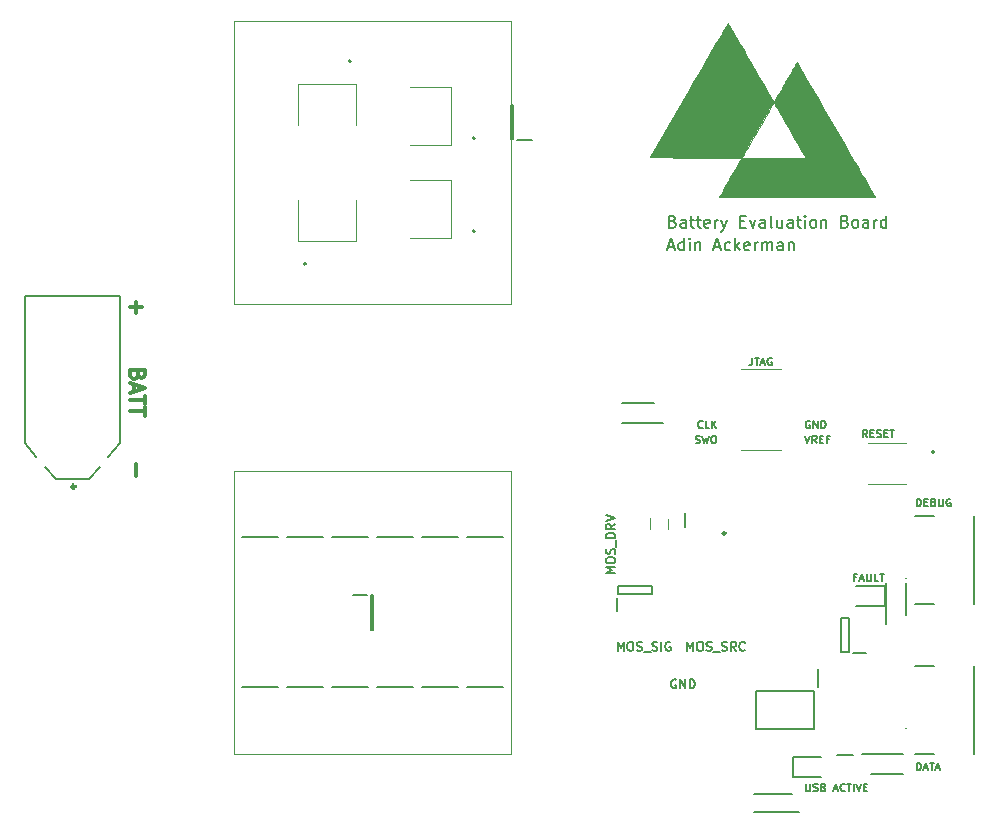
<source format=gbr>
G04 #@! TF.GenerationSoftware,KiCad,Pcbnew,(5.1.5)-3*
G04 #@! TF.CreationDate,2021-04-15T16:15:46-07:00*
G04 #@! TF.ProjectId,BattEval,42617474-4576-4616-9c2e-6b696361645f,rev?*
G04 #@! TF.SameCoordinates,Original*
G04 #@! TF.FileFunction,Legend,Top*
G04 #@! TF.FilePolarity,Positive*
%FSLAX46Y46*%
G04 Gerber Fmt 4.6, Leading zero omitted, Abs format (unit mm)*
G04 Created by KiCad (PCBNEW (5.1.5)-3) date 2021-04-15 16:15:46*
%MOMM*%
%LPD*%
G04 APERTURE LIST*
%ADD10C,0.158750*%
%ADD11C,0.150000*%
%ADD12C,0.304800*%
%ADD13C,0.152400*%
%ADD14C,0.010000*%
%ADD15C,0.100000*%
%ADD16C,0.200000*%
%ADD17C,0.300000*%
%ADD18C,0.127000*%
%ADD19C,0.250000*%
G04 APERTURE END LIST*
D10*
X191117235Y-108999261D02*
X190905568Y-108696880D01*
X190754377Y-108999261D02*
X190754377Y-108364261D01*
X190996282Y-108364261D01*
X191056758Y-108394500D01*
X191086997Y-108424738D01*
X191117235Y-108485214D01*
X191117235Y-108575928D01*
X191086997Y-108636404D01*
X191056758Y-108666642D01*
X190996282Y-108696880D01*
X190754377Y-108696880D01*
X191389377Y-108666642D02*
X191601044Y-108666642D01*
X191691758Y-108999261D02*
X191389377Y-108999261D01*
X191389377Y-108364261D01*
X191691758Y-108364261D01*
X191933663Y-108969023D02*
X192024377Y-108999261D01*
X192175568Y-108999261D01*
X192236044Y-108969023D01*
X192266282Y-108938785D01*
X192296520Y-108878309D01*
X192296520Y-108817833D01*
X192266282Y-108757357D01*
X192236044Y-108727119D01*
X192175568Y-108696880D01*
X192054616Y-108666642D01*
X191994139Y-108636404D01*
X191963901Y-108606166D01*
X191933663Y-108545690D01*
X191933663Y-108485214D01*
X191963901Y-108424738D01*
X191994139Y-108394500D01*
X192054616Y-108364261D01*
X192205806Y-108364261D01*
X192296520Y-108394500D01*
X192568663Y-108666642D02*
X192780330Y-108666642D01*
X192871044Y-108999261D02*
X192568663Y-108999261D01*
X192568663Y-108364261D01*
X192871044Y-108364261D01*
X193052473Y-108364261D02*
X193415330Y-108364261D01*
X193233901Y-108999261D02*
X193233901Y-108364261D01*
X185928377Y-138336261D02*
X185928377Y-138850309D01*
X185958616Y-138910785D01*
X185988854Y-138941023D01*
X186049330Y-138971261D01*
X186170282Y-138971261D01*
X186230758Y-138941023D01*
X186260997Y-138910785D01*
X186291235Y-138850309D01*
X186291235Y-138336261D01*
X186563377Y-138941023D02*
X186654092Y-138971261D01*
X186805282Y-138971261D01*
X186865758Y-138941023D01*
X186895997Y-138910785D01*
X186926235Y-138850309D01*
X186926235Y-138789833D01*
X186895997Y-138729357D01*
X186865758Y-138699119D01*
X186805282Y-138668880D01*
X186684330Y-138638642D01*
X186623854Y-138608404D01*
X186593616Y-138578166D01*
X186563377Y-138517690D01*
X186563377Y-138457214D01*
X186593616Y-138396738D01*
X186623854Y-138366500D01*
X186684330Y-138336261D01*
X186835520Y-138336261D01*
X186926235Y-138366500D01*
X187410044Y-138638642D02*
X187500758Y-138668880D01*
X187530997Y-138699119D01*
X187561235Y-138759595D01*
X187561235Y-138850309D01*
X187530997Y-138910785D01*
X187500758Y-138941023D01*
X187440282Y-138971261D01*
X187198377Y-138971261D01*
X187198377Y-138336261D01*
X187410044Y-138336261D01*
X187470520Y-138366500D01*
X187500758Y-138396738D01*
X187530997Y-138457214D01*
X187530997Y-138517690D01*
X187500758Y-138578166D01*
X187470520Y-138608404D01*
X187410044Y-138638642D01*
X187198377Y-138638642D01*
X188286949Y-138789833D02*
X188589330Y-138789833D01*
X188226473Y-138971261D02*
X188438139Y-138336261D01*
X188649806Y-138971261D01*
X189224330Y-138910785D02*
X189194092Y-138941023D01*
X189103377Y-138971261D01*
X189042901Y-138971261D01*
X188952187Y-138941023D01*
X188891711Y-138880547D01*
X188861473Y-138820071D01*
X188831235Y-138699119D01*
X188831235Y-138608404D01*
X188861473Y-138487452D01*
X188891711Y-138426976D01*
X188952187Y-138366500D01*
X189042901Y-138336261D01*
X189103377Y-138336261D01*
X189194092Y-138366500D01*
X189224330Y-138396738D01*
X189405758Y-138336261D02*
X189768616Y-138336261D01*
X189587187Y-138971261D02*
X189587187Y-138336261D01*
X189980282Y-138971261D02*
X189980282Y-138336261D01*
X190191949Y-138336261D02*
X190403616Y-138971261D01*
X190615282Y-138336261D01*
X190826949Y-138638642D02*
X191038616Y-138638642D01*
X191129330Y-138971261D02*
X190826949Y-138971261D01*
X190826949Y-138336261D01*
X191129330Y-138336261D01*
X176584050Y-109477023D02*
X176674764Y-109507261D01*
X176825955Y-109507261D01*
X176886431Y-109477023D01*
X176916669Y-109446785D01*
X176946907Y-109386309D01*
X176946907Y-109325833D01*
X176916669Y-109265357D01*
X176886431Y-109235119D01*
X176825955Y-109204880D01*
X176705002Y-109174642D01*
X176644526Y-109144404D01*
X176614288Y-109114166D01*
X176584050Y-109053690D01*
X176584050Y-108993214D01*
X176614288Y-108932738D01*
X176644526Y-108902500D01*
X176705002Y-108872261D01*
X176856193Y-108872261D01*
X176946907Y-108902500D01*
X177158574Y-108872261D02*
X177309764Y-109507261D01*
X177430717Y-109053690D01*
X177551669Y-109507261D01*
X177702860Y-108872261D01*
X178065717Y-108872261D02*
X178186669Y-108872261D01*
X178247145Y-108902500D01*
X178307622Y-108962976D01*
X178337860Y-109083928D01*
X178337860Y-109295595D01*
X178307622Y-109416547D01*
X178247145Y-109477023D01*
X178186669Y-109507261D01*
X178065717Y-109507261D01*
X178005241Y-109477023D01*
X177944764Y-109416547D01*
X177914526Y-109295595D01*
X177914526Y-109083928D01*
X177944764Y-108962976D01*
X178005241Y-108902500D01*
X178065717Y-108872261D01*
X177188812Y-108176785D02*
X177158574Y-108207023D01*
X177067860Y-108237261D01*
X177007383Y-108237261D01*
X176916669Y-108207023D01*
X176856193Y-108146547D01*
X176825955Y-108086071D01*
X176795717Y-107965119D01*
X176795717Y-107874404D01*
X176825955Y-107753452D01*
X176856193Y-107692976D01*
X176916669Y-107632500D01*
X177007383Y-107602261D01*
X177067860Y-107602261D01*
X177158574Y-107632500D01*
X177188812Y-107662738D01*
X177763336Y-108237261D02*
X177460955Y-108237261D01*
X177460955Y-107602261D01*
X177975002Y-108237261D02*
X177975002Y-107602261D01*
X178337860Y-108237261D02*
X178065717Y-107874404D01*
X178337860Y-107602261D02*
X177975002Y-107965119D01*
X186260997Y-107632500D02*
X186200520Y-107602261D01*
X186109806Y-107602261D01*
X186019092Y-107632500D01*
X185958616Y-107692976D01*
X185928377Y-107753452D01*
X185898139Y-107874404D01*
X185898139Y-107965119D01*
X185928377Y-108086071D01*
X185958616Y-108146547D01*
X186019092Y-108207023D01*
X186109806Y-108237261D01*
X186170282Y-108237261D01*
X186260997Y-108207023D01*
X186291235Y-108176785D01*
X186291235Y-107965119D01*
X186170282Y-107965119D01*
X186563377Y-108237261D02*
X186563377Y-107602261D01*
X186926235Y-108237261D01*
X186926235Y-107602261D01*
X187228616Y-108237261D02*
X187228616Y-107602261D01*
X187379806Y-107602261D01*
X187470520Y-107632500D01*
X187530997Y-107692976D01*
X187561235Y-107753452D01*
X187591473Y-107874404D01*
X187591473Y-107965119D01*
X187561235Y-108086071D01*
X187530997Y-108146547D01*
X187470520Y-108207023D01*
X187379806Y-108237261D01*
X187228616Y-108237261D01*
X185837663Y-108872261D02*
X186049330Y-109507261D01*
X186260997Y-108872261D01*
X186835520Y-109507261D02*
X186623854Y-109204880D01*
X186472663Y-109507261D02*
X186472663Y-108872261D01*
X186714568Y-108872261D01*
X186775044Y-108902500D01*
X186805282Y-108932738D01*
X186835520Y-108993214D01*
X186835520Y-109083928D01*
X186805282Y-109144404D01*
X186775044Y-109174642D01*
X186714568Y-109204880D01*
X186472663Y-109204880D01*
X187107663Y-109174642D02*
X187319330Y-109174642D01*
X187410044Y-109507261D02*
X187107663Y-109507261D01*
X187107663Y-108872261D01*
X187410044Y-108872261D01*
X187893854Y-109174642D02*
X187682187Y-109174642D01*
X187682187Y-109507261D02*
X187682187Y-108872261D01*
X187984568Y-108872261D01*
D11*
X174277976Y-92876666D02*
X174754166Y-92876666D01*
X174182738Y-93162380D02*
X174516071Y-92162380D01*
X174849404Y-93162380D01*
X175611309Y-93162380D02*
X175611309Y-92162380D01*
X175611309Y-93114761D02*
X175516071Y-93162380D01*
X175325595Y-93162380D01*
X175230357Y-93114761D01*
X175182738Y-93067142D01*
X175135119Y-92971904D01*
X175135119Y-92686190D01*
X175182738Y-92590952D01*
X175230357Y-92543333D01*
X175325595Y-92495714D01*
X175516071Y-92495714D01*
X175611309Y-92543333D01*
X176087500Y-93162380D02*
X176087500Y-92495714D01*
X176087500Y-92162380D02*
X176039880Y-92210000D01*
X176087500Y-92257619D01*
X176135119Y-92210000D01*
X176087500Y-92162380D01*
X176087500Y-92257619D01*
X176563690Y-92495714D02*
X176563690Y-93162380D01*
X176563690Y-92590952D02*
X176611309Y-92543333D01*
X176706547Y-92495714D01*
X176849404Y-92495714D01*
X176944642Y-92543333D01*
X176992261Y-92638571D01*
X176992261Y-93162380D01*
X178182738Y-92876666D02*
X178658928Y-92876666D01*
X178087500Y-93162380D02*
X178420833Y-92162380D01*
X178754166Y-93162380D01*
X179516071Y-93114761D02*
X179420833Y-93162380D01*
X179230357Y-93162380D01*
X179135119Y-93114761D01*
X179087500Y-93067142D01*
X179039880Y-92971904D01*
X179039880Y-92686190D01*
X179087500Y-92590952D01*
X179135119Y-92543333D01*
X179230357Y-92495714D01*
X179420833Y-92495714D01*
X179516071Y-92543333D01*
X179944642Y-93162380D02*
X179944642Y-92162380D01*
X180039880Y-92781428D02*
X180325595Y-93162380D01*
X180325595Y-92495714D02*
X179944642Y-92876666D01*
X181135119Y-93114761D02*
X181039880Y-93162380D01*
X180849404Y-93162380D01*
X180754166Y-93114761D01*
X180706547Y-93019523D01*
X180706547Y-92638571D01*
X180754166Y-92543333D01*
X180849404Y-92495714D01*
X181039880Y-92495714D01*
X181135119Y-92543333D01*
X181182738Y-92638571D01*
X181182738Y-92733809D01*
X180706547Y-92829047D01*
X181611309Y-93162380D02*
X181611309Y-92495714D01*
X181611309Y-92686190D02*
X181658928Y-92590952D01*
X181706547Y-92543333D01*
X181801785Y-92495714D01*
X181897023Y-92495714D01*
X182230357Y-93162380D02*
X182230357Y-92495714D01*
X182230357Y-92590952D02*
X182277976Y-92543333D01*
X182373214Y-92495714D01*
X182516071Y-92495714D01*
X182611309Y-92543333D01*
X182658928Y-92638571D01*
X182658928Y-93162380D01*
X182658928Y-92638571D02*
X182706547Y-92543333D01*
X182801785Y-92495714D01*
X182944642Y-92495714D01*
X183039880Y-92543333D01*
X183087500Y-92638571D01*
X183087500Y-93162380D01*
X183992261Y-93162380D02*
X183992261Y-92638571D01*
X183944642Y-92543333D01*
X183849404Y-92495714D01*
X183658928Y-92495714D01*
X183563690Y-92543333D01*
X183992261Y-93114761D02*
X183897023Y-93162380D01*
X183658928Y-93162380D01*
X183563690Y-93114761D01*
X183516071Y-93019523D01*
X183516071Y-92924285D01*
X183563690Y-92829047D01*
X183658928Y-92781428D01*
X183897023Y-92781428D01*
X183992261Y-92733809D01*
X184468452Y-92495714D02*
X184468452Y-93162380D01*
X184468452Y-92590952D02*
X184516071Y-92543333D01*
X184611309Y-92495714D01*
X184754166Y-92495714D01*
X184849404Y-92543333D01*
X184897023Y-92638571D01*
X184897023Y-93162380D01*
X174658928Y-90733571D02*
X174801785Y-90781190D01*
X174849404Y-90828809D01*
X174897023Y-90924047D01*
X174897023Y-91066904D01*
X174849404Y-91162142D01*
X174801785Y-91209761D01*
X174706547Y-91257380D01*
X174325595Y-91257380D01*
X174325595Y-90257380D01*
X174658928Y-90257380D01*
X174754166Y-90305000D01*
X174801785Y-90352619D01*
X174849404Y-90447857D01*
X174849404Y-90543095D01*
X174801785Y-90638333D01*
X174754166Y-90685952D01*
X174658928Y-90733571D01*
X174325595Y-90733571D01*
X175754166Y-91257380D02*
X175754166Y-90733571D01*
X175706547Y-90638333D01*
X175611309Y-90590714D01*
X175420833Y-90590714D01*
X175325595Y-90638333D01*
X175754166Y-91209761D02*
X175658928Y-91257380D01*
X175420833Y-91257380D01*
X175325595Y-91209761D01*
X175277976Y-91114523D01*
X175277976Y-91019285D01*
X175325595Y-90924047D01*
X175420833Y-90876428D01*
X175658928Y-90876428D01*
X175754166Y-90828809D01*
X176087500Y-90590714D02*
X176468452Y-90590714D01*
X176230357Y-90257380D02*
X176230357Y-91114523D01*
X176277976Y-91209761D01*
X176373214Y-91257380D01*
X176468452Y-91257380D01*
X176658928Y-90590714D02*
X177039880Y-90590714D01*
X176801785Y-90257380D02*
X176801785Y-91114523D01*
X176849404Y-91209761D01*
X176944642Y-91257380D01*
X177039880Y-91257380D01*
X177754166Y-91209761D02*
X177658928Y-91257380D01*
X177468452Y-91257380D01*
X177373214Y-91209761D01*
X177325595Y-91114523D01*
X177325595Y-90733571D01*
X177373214Y-90638333D01*
X177468452Y-90590714D01*
X177658928Y-90590714D01*
X177754166Y-90638333D01*
X177801785Y-90733571D01*
X177801785Y-90828809D01*
X177325595Y-90924047D01*
X178230357Y-91257380D02*
X178230357Y-90590714D01*
X178230357Y-90781190D02*
X178277976Y-90685952D01*
X178325595Y-90638333D01*
X178420833Y-90590714D01*
X178516071Y-90590714D01*
X178754166Y-90590714D02*
X178992261Y-91257380D01*
X179230357Y-90590714D02*
X178992261Y-91257380D01*
X178897023Y-91495476D01*
X178849404Y-91543095D01*
X178754166Y-91590714D01*
X180373214Y-90733571D02*
X180706547Y-90733571D01*
X180849404Y-91257380D02*
X180373214Y-91257380D01*
X180373214Y-90257380D01*
X180849404Y-90257380D01*
X181182738Y-90590714D02*
X181420833Y-91257380D01*
X181658928Y-90590714D01*
X182468452Y-91257380D02*
X182468452Y-90733571D01*
X182420833Y-90638333D01*
X182325595Y-90590714D01*
X182135119Y-90590714D01*
X182039880Y-90638333D01*
X182468452Y-91209761D02*
X182373214Y-91257380D01*
X182135119Y-91257380D01*
X182039880Y-91209761D01*
X181992261Y-91114523D01*
X181992261Y-91019285D01*
X182039880Y-90924047D01*
X182135119Y-90876428D01*
X182373214Y-90876428D01*
X182468452Y-90828809D01*
X183087500Y-91257380D02*
X182992261Y-91209761D01*
X182944642Y-91114523D01*
X182944642Y-90257380D01*
X183897023Y-90590714D02*
X183897023Y-91257380D01*
X183468452Y-90590714D02*
X183468452Y-91114523D01*
X183516071Y-91209761D01*
X183611309Y-91257380D01*
X183754166Y-91257380D01*
X183849404Y-91209761D01*
X183897023Y-91162142D01*
X184801785Y-91257380D02*
X184801785Y-90733571D01*
X184754166Y-90638333D01*
X184658928Y-90590714D01*
X184468452Y-90590714D01*
X184373214Y-90638333D01*
X184801785Y-91209761D02*
X184706547Y-91257380D01*
X184468452Y-91257380D01*
X184373214Y-91209761D01*
X184325595Y-91114523D01*
X184325595Y-91019285D01*
X184373214Y-90924047D01*
X184468452Y-90876428D01*
X184706547Y-90876428D01*
X184801785Y-90828809D01*
X185135119Y-90590714D02*
X185516071Y-90590714D01*
X185277976Y-90257380D02*
X185277976Y-91114523D01*
X185325595Y-91209761D01*
X185420833Y-91257380D01*
X185516071Y-91257380D01*
X185849404Y-91257380D02*
X185849404Y-90590714D01*
X185849404Y-90257380D02*
X185801785Y-90305000D01*
X185849404Y-90352619D01*
X185897023Y-90305000D01*
X185849404Y-90257380D01*
X185849404Y-90352619D01*
X186468452Y-91257380D02*
X186373214Y-91209761D01*
X186325595Y-91162142D01*
X186277976Y-91066904D01*
X186277976Y-90781190D01*
X186325595Y-90685952D01*
X186373214Y-90638333D01*
X186468452Y-90590714D01*
X186611309Y-90590714D01*
X186706547Y-90638333D01*
X186754166Y-90685952D01*
X186801785Y-90781190D01*
X186801785Y-91066904D01*
X186754166Y-91162142D01*
X186706547Y-91209761D01*
X186611309Y-91257380D01*
X186468452Y-91257380D01*
X187230357Y-90590714D02*
X187230357Y-91257380D01*
X187230357Y-90685952D02*
X187277976Y-90638333D01*
X187373214Y-90590714D01*
X187516071Y-90590714D01*
X187611309Y-90638333D01*
X187658928Y-90733571D01*
X187658928Y-91257380D01*
X189230357Y-90733571D02*
X189373214Y-90781190D01*
X189420833Y-90828809D01*
X189468452Y-90924047D01*
X189468452Y-91066904D01*
X189420833Y-91162142D01*
X189373214Y-91209761D01*
X189277976Y-91257380D01*
X188897023Y-91257380D01*
X188897023Y-90257380D01*
X189230357Y-90257380D01*
X189325595Y-90305000D01*
X189373214Y-90352619D01*
X189420833Y-90447857D01*
X189420833Y-90543095D01*
X189373214Y-90638333D01*
X189325595Y-90685952D01*
X189230357Y-90733571D01*
X188897023Y-90733571D01*
X190039880Y-91257380D02*
X189944642Y-91209761D01*
X189897023Y-91162142D01*
X189849404Y-91066904D01*
X189849404Y-90781190D01*
X189897023Y-90685952D01*
X189944642Y-90638333D01*
X190039880Y-90590714D01*
X190182738Y-90590714D01*
X190277976Y-90638333D01*
X190325595Y-90685952D01*
X190373214Y-90781190D01*
X190373214Y-91066904D01*
X190325595Y-91162142D01*
X190277976Y-91209761D01*
X190182738Y-91257380D01*
X190039880Y-91257380D01*
X191230357Y-91257380D02*
X191230357Y-90733571D01*
X191182738Y-90638333D01*
X191087500Y-90590714D01*
X190897023Y-90590714D01*
X190801785Y-90638333D01*
X191230357Y-91209761D02*
X191135119Y-91257380D01*
X190897023Y-91257380D01*
X190801785Y-91209761D01*
X190754166Y-91114523D01*
X190754166Y-91019285D01*
X190801785Y-90924047D01*
X190897023Y-90876428D01*
X191135119Y-90876428D01*
X191230357Y-90828809D01*
X191706547Y-91257380D02*
X191706547Y-90590714D01*
X191706547Y-90781190D02*
X191754166Y-90685952D01*
X191801785Y-90638333D01*
X191897023Y-90590714D01*
X191992261Y-90590714D01*
X192754166Y-91257380D02*
X192754166Y-90257380D01*
X192754166Y-91209761D02*
X192658928Y-91257380D01*
X192468452Y-91257380D01*
X192373214Y-91209761D01*
X192325595Y-91162142D01*
X192277976Y-91066904D01*
X192277976Y-90781190D01*
X192325595Y-90685952D01*
X192373214Y-90638333D01*
X192468452Y-90590714D01*
X192658928Y-90590714D01*
X192754166Y-90638333D01*
D12*
X129376714Y-103734809D02*
X129316238Y-103916238D01*
X129255761Y-103976714D01*
X129134809Y-104037190D01*
X128953380Y-104037190D01*
X128832428Y-103976714D01*
X128771952Y-103916238D01*
X128711476Y-103795285D01*
X128711476Y-103311476D01*
X129981476Y-103311476D01*
X129981476Y-103734809D01*
X129921000Y-103855761D01*
X129860523Y-103916238D01*
X129739571Y-103976714D01*
X129618619Y-103976714D01*
X129497666Y-103916238D01*
X129437190Y-103855761D01*
X129376714Y-103734809D01*
X129376714Y-103311476D01*
X129074333Y-104521000D02*
X129074333Y-105125761D01*
X128711476Y-104400047D02*
X129981476Y-104823380D01*
X128711476Y-105246714D01*
X129981476Y-105488619D02*
X129981476Y-106214333D01*
X128711476Y-105851476D02*
X129981476Y-105851476D01*
X129981476Y-106456238D02*
X129981476Y-107181952D01*
X128711476Y-106819095D02*
X129981476Y-106819095D01*
X129195285Y-111307880D02*
X129195285Y-112275499D01*
X129195285Y-97528500D02*
X129195285Y-98496120D01*
X128711476Y-98012310D02*
X129679095Y-98012310D01*
D10*
X181377166Y-102268261D02*
X181377166Y-102721833D01*
X181346928Y-102812547D01*
X181286452Y-102873023D01*
X181195738Y-102903261D01*
X181135261Y-102903261D01*
X181588833Y-102268261D02*
X181951690Y-102268261D01*
X181770261Y-102903261D02*
X181770261Y-102268261D01*
X182133119Y-102721833D02*
X182435500Y-102721833D01*
X182072642Y-102903261D02*
X182284309Y-102268261D01*
X182495976Y-102903261D01*
X183040261Y-102298500D02*
X182979785Y-102268261D01*
X182889071Y-102268261D01*
X182798357Y-102298500D01*
X182737880Y-102358976D01*
X182707642Y-102419452D01*
X182677404Y-102540404D01*
X182677404Y-102631119D01*
X182707642Y-102752071D01*
X182737880Y-102812547D01*
X182798357Y-102873023D01*
X182889071Y-102903261D01*
X182949547Y-102903261D01*
X183040261Y-102873023D01*
X183070500Y-102842785D01*
X183070500Y-102631119D01*
X182949547Y-102631119D01*
X190204044Y-120858642D02*
X189992377Y-120858642D01*
X189992377Y-121191261D02*
X189992377Y-120556261D01*
X190294758Y-120556261D01*
X190506425Y-121009833D02*
X190808806Y-121009833D01*
X190445949Y-121191261D02*
X190657616Y-120556261D01*
X190869282Y-121191261D01*
X191080949Y-120556261D02*
X191080949Y-121070309D01*
X191111187Y-121130785D01*
X191141425Y-121161023D01*
X191201901Y-121191261D01*
X191322854Y-121191261D01*
X191383330Y-121161023D01*
X191413568Y-121130785D01*
X191443806Y-121070309D01*
X191443806Y-120556261D01*
X192048568Y-121191261D02*
X191746187Y-121191261D01*
X191746187Y-120556261D01*
X192169520Y-120556261D02*
X192532377Y-120556261D01*
X192350949Y-121191261D02*
X192350949Y-120556261D01*
D13*
X174933428Y-129540000D02*
X174860857Y-129503714D01*
X174752000Y-129503714D01*
X174643142Y-129540000D01*
X174570571Y-129612571D01*
X174534285Y-129685142D01*
X174498000Y-129830285D01*
X174498000Y-129939142D01*
X174534285Y-130084285D01*
X174570571Y-130156857D01*
X174643142Y-130229428D01*
X174752000Y-130265714D01*
X174824571Y-130265714D01*
X174933428Y-130229428D01*
X174969714Y-130193142D01*
X174969714Y-129939142D01*
X174824571Y-129939142D01*
X175296285Y-130265714D02*
X175296285Y-129503714D01*
X175731714Y-130265714D01*
X175731714Y-129503714D01*
X176094571Y-130265714D02*
X176094571Y-129503714D01*
X176276000Y-129503714D01*
X176384857Y-129540000D01*
X176457428Y-129612571D01*
X176493714Y-129685142D01*
X176530000Y-129830285D01*
X176530000Y-129939142D01*
X176493714Y-130084285D01*
X176457428Y-130156857D01*
X176384857Y-130229428D01*
X176276000Y-130265714D01*
X176094571Y-130265714D01*
X169762714Y-120504857D02*
X169000714Y-120504857D01*
X169545000Y-120250857D01*
X169000714Y-119996857D01*
X169762714Y-119996857D01*
X169000714Y-119488857D02*
X169000714Y-119343714D01*
X169037000Y-119271142D01*
X169109571Y-119198571D01*
X169254714Y-119162285D01*
X169508714Y-119162285D01*
X169653857Y-119198571D01*
X169726428Y-119271142D01*
X169762714Y-119343714D01*
X169762714Y-119488857D01*
X169726428Y-119561428D01*
X169653857Y-119634000D01*
X169508714Y-119670285D01*
X169254714Y-119670285D01*
X169109571Y-119634000D01*
X169037000Y-119561428D01*
X169000714Y-119488857D01*
X169726428Y-118872000D02*
X169762714Y-118763142D01*
X169762714Y-118581714D01*
X169726428Y-118509142D01*
X169690142Y-118472857D01*
X169617571Y-118436571D01*
X169545000Y-118436571D01*
X169472428Y-118472857D01*
X169436142Y-118509142D01*
X169399857Y-118581714D01*
X169363571Y-118726857D01*
X169327285Y-118799428D01*
X169291000Y-118835714D01*
X169218428Y-118872000D01*
X169145857Y-118872000D01*
X169073285Y-118835714D01*
X169037000Y-118799428D01*
X169000714Y-118726857D01*
X169000714Y-118545428D01*
X169037000Y-118436571D01*
X169835285Y-118291428D02*
X169835285Y-117710857D01*
X169762714Y-117529428D02*
X169000714Y-117529428D01*
X169000714Y-117348000D01*
X169037000Y-117239142D01*
X169109571Y-117166571D01*
X169182142Y-117130285D01*
X169327285Y-117094000D01*
X169436142Y-117094000D01*
X169581285Y-117130285D01*
X169653857Y-117166571D01*
X169726428Y-117239142D01*
X169762714Y-117348000D01*
X169762714Y-117529428D01*
X169762714Y-116332000D02*
X169399857Y-116586000D01*
X169762714Y-116767428D02*
X169000714Y-116767428D01*
X169000714Y-116477142D01*
X169037000Y-116404571D01*
X169073285Y-116368285D01*
X169145857Y-116332000D01*
X169254714Y-116332000D01*
X169327285Y-116368285D01*
X169363571Y-116404571D01*
X169399857Y-116477142D01*
X169399857Y-116767428D01*
X169000714Y-116114285D02*
X169762714Y-115860285D01*
X169000714Y-115606285D01*
X169980428Y-127090714D02*
X169980428Y-126328714D01*
X170234428Y-126873000D01*
X170488428Y-126328714D01*
X170488428Y-127090714D01*
X170996428Y-126328714D02*
X171141571Y-126328714D01*
X171214142Y-126365000D01*
X171286714Y-126437571D01*
X171323000Y-126582714D01*
X171323000Y-126836714D01*
X171286714Y-126981857D01*
X171214142Y-127054428D01*
X171141571Y-127090714D01*
X170996428Y-127090714D01*
X170923857Y-127054428D01*
X170851285Y-126981857D01*
X170815000Y-126836714D01*
X170815000Y-126582714D01*
X170851285Y-126437571D01*
X170923857Y-126365000D01*
X170996428Y-126328714D01*
X171613285Y-127054428D02*
X171722142Y-127090714D01*
X171903571Y-127090714D01*
X171976142Y-127054428D01*
X172012428Y-127018142D01*
X172048714Y-126945571D01*
X172048714Y-126873000D01*
X172012428Y-126800428D01*
X171976142Y-126764142D01*
X171903571Y-126727857D01*
X171758428Y-126691571D01*
X171685857Y-126655285D01*
X171649571Y-126619000D01*
X171613285Y-126546428D01*
X171613285Y-126473857D01*
X171649571Y-126401285D01*
X171685857Y-126365000D01*
X171758428Y-126328714D01*
X171939857Y-126328714D01*
X172048714Y-126365000D01*
X172193857Y-127163285D02*
X172774428Y-127163285D01*
X172919571Y-127054428D02*
X173028428Y-127090714D01*
X173209857Y-127090714D01*
X173282428Y-127054428D01*
X173318714Y-127018142D01*
X173355000Y-126945571D01*
X173355000Y-126873000D01*
X173318714Y-126800428D01*
X173282428Y-126764142D01*
X173209857Y-126727857D01*
X173064714Y-126691571D01*
X172992142Y-126655285D01*
X172955857Y-126619000D01*
X172919571Y-126546428D01*
X172919571Y-126473857D01*
X172955857Y-126401285D01*
X172992142Y-126365000D01*
X173064714Y-126328714D01*
X173246142Y-126328714D01*
X173355000Y-126365000D01*
X173681571Y-127090714D02*
X173681571Y-126328714D01*
X174443571Y-126365000D02*
X174371000Y-126328714D01*
X174262142Y-126328714D01*
X174153285Y-126365000D01*
X174080714Y-126437571D01*
X174044428Y-126510142D01*
X174008142Y-126655285D01*
X174008142Y-126764142D01*
X174044428Y-126909285D01*
X174080714Y-126981857D01*
X174153285Y-127054428D01*
X174262142Y-127090714D01*
X174334714Y-127090714D01*
X174443571Y-127054428D01*
X174479857Y-127018142D01*
X174479857Y-126764142D01*
X174334714Y-126764142D01*
X175876857Y-127090714D02*
X175876857Y-126328714D01*
X176130857Y-126873000D01*
X176384857Y-126328714D01*
X176384857Y-127090714D01*
X176892857Y-126328714D02*
X177038000Y-126328714D01*
X177110571Y-126365000D01*
X177183142Y-126437571D01*
X177219428Y-126582714D01*
X177219428Y-126836714D01*
X177183142Y-126981857D01*
X177110571Y-127054428D01*
X177038000Y-127090714D01*
X176892857Y-127090714D01*
X176820285Y-127054428D01*
X176747714Y-126981857D01*
X176711428Y-126836714D01*
X176711428Y-126582714D01*
X176747714Y-126437571D01*
X176820285Y-126365000D01*
X176892857Y-126328714D01*
X177509714Y-127054428D02*
X177618571Y-127090714D01*
X177800000Y-127090714D01*
X177872571Y-127054428D01*
X177908857Y-127018142D01*
X177945142Y-126945571D01*
X177945142Y-126873000D01*
X177908857Y-126800428D01*
X177872571Y-126764142D01*
X177800000Y-126727857D01*
X177654857Y-126691571D01*
X177582285Y-126655285D01*
X177546000Y-126619000D01*
X177509714Y-126546428D01*
X177509714Y-126473857D01*
X177546000Y-126401285D01*
X177582285Y-126365000D01*
X177654857Y-126328714D01*
X177836285Y-126328714D01*
X177945142Y-126365000D01*
X178090285Y-127163285D02*
X178670857Y-127163285D01*
X178816000Y-127054428D02*
X178924857Y-127090714D01*
X179106285Y-127090714D01*
X179178857Y-127054428D01*
X179215142Y-127018142D01*
X179251428Y-126945571D01*
X179251428Y-126873000D01*
X179215142Y-126800428D01*
X179178857Y-126764142D01*
X179106285Y-126727857D01*
X178961142Y-126691571D01*
X178888571Y-126655285D01*
X178852285Y-126619000D01*
X178816000Y-126546428D01*
X178816000Y-126473857D01*
X178852285Y-126401285D01*
X178888571Y-126365000D01*
X178961142Y-126328714D01*
X179142571Y-126328714D01*
X179251428Y-126365000D01*
X180013428Y-127090714D02*
X179759428Y-126727857D01*
X179578000Y-127090714D02*
X179578000Y-126328714D01*
X179868285Y-126328714D01*
X179940857Y-126365000D01*
X179977142Y-126401285D01*
X180013428Y-126473857D01*
X180013428Y-126582714D01*
X179977142Y-126655285D01*
X179940857Y-126691571D01*
X179868285Y-126727857D01*
X179578000Y-126727857D01*
X180775428Y-127018142D02*
X180739142Y-127054428D01*
X180630285Y-127090714D01*
X180557714Y-127090714D01*
X180448857Y-127054428D01*
X180376285Y-126981857D01*
X180340000Y-126909285D01*
X180303714Y-126764142D01*
X180303714Y-126655285D01*
X180340000Y-126510142D01*
X180376285Y-126437571D01*
X180448857Y-126365000D01*
X180557714Y-126328714D01*
X180630285Y-126328714D01*
X180739142Y-126365000D01*
X180775428Y-126401285D01*
D10*
X195326377Y-137193261D02*
X195326377Y-136558261D01*
X195477568Y-136558261D01*
X195568282Y-136588500D01*
X195628758Y-136648976D01*
X195658997Y-136709452D01*
X195689235Y-136830404D01*
X195689235Y-136921119D01*
X195658997Y-137042071D01*
X195628758Y-137102547D01*
X195568282Y-137163023D01*
X195477568Y-137193261D01*
X195326377Y-137193261D01*
X195931139Y-137011833D02*
X196233520Y-137011833D01*
X195870663Y-137193261D02*
X196082330Y-136558261D01*
X196293997Y-137193261D01*
X196414949Y-136558261D02*
X196777806Y-136558261D01*
X196596377Y-137193261D02*
X196596377Y-136558261D01*
X196959235Y-137011833D02*
X197261616Y-137011833D01*
X196898758Y-137193261D02*
X197110425Y-136558261D01*
X197322092Y-137193261D01*
X195326377Y-114841261D02*
X195326377Y-114206261D01*
X195477568Y-114206261D01*
X195568282Y-114236500D01*
X195628758Y-114296976D01*
X195658997Y-114357452D01*
X195689235Y-114478404D01*
X195689235Y-114569119D01*
X195658997Y-114690071D01*
X195628758Y-114750547D01*
X195568282Y-114811023D01*
X195477568Y-114841261D01*
X195326377Y-114841261D01*
X195961377Y-114508642D02*
X196173044Y-114508642D01*
X196263758Y-114841261D02*
X195961377Y-114841261D01*
X195961377Y-114206261D01*
X196263758Y-114206261D01*
X196747568Y-114508642D02*
X196838282Y-114538880D01*
X196868520Y-114569119D01*
X196898758Y-114629595D01*
X196898758Y-114720309D01*
X196868520Y-114780785D01*
X196838282Y-114811023D01*
X196777806Y-114841261D01*
X196535901Y-114841261D01*
X196535901Y-114206261D01*
X196747568Y-114206261D01*
X196808044Y-114236500D01*
X196838282Y-114266738D01*
X196868520Y-114327214D01*
X196868520Y-114387690D01*
X196838282Y-114448166D01*
X196808044Y-114478404D01*
X196747568Y-114508642D01*
X196535901Y-114508642D01*
X197170901Y-114206261D02*
X197170901Y-114720309D01*
X197201139Y-114780785D01*
X197231377Y-114811023D01*
X197291854Y-114841261D01*
X197412806Y-114841261D01*
X197473282Y-114811023D01*
X197503520Y-114780785D01*
X197533758Y-114720309D01*
X197533758Y-114206261D01*
X198168758Y-114236500D02*
X198108282Y-114206261D01*
X198017568Y-114206261D01*
X197926854Y-114236500D01*
X197866377Y-114296976D01*
X197836139Y-114357452D01*
X197805901Y-114478404D01*
X197805901Y-114569119D01*
X197836139Y-114690071D01*
X197866377Y-114750547D01*
X197926854Y-114811023D01*
X198017568Y-114841261D01*
X198078044Y-114841261D01*
X198168758Y-114811023D01*
X198198997Y-114780785D01*
X198198997Y-114569119D01*
X198078044Y-114569119D01*
D14*
G36*
X179330565Y-73951048D02*
G01*
X179369390Y-74014569D01*
X179430778Y-74117324D01*
X179513335Y-74256920D01*
X179615666Y-74430963D01*
X179736374Y-74637061D01*
X179874065Y-74872821D01*
X180027342Y-75135850D01*
X180194811Y-75423754D01*
X180375075Y-75734141D01*
X180566740Y-76064618D01*
X180768409Y-76412791D01*
X180978688Y-76776268D01*
X181196181Y-77152655D01*
X181267100Y-77275478D01*
X181486508Y-77655393D01*
X181699050Y-78023125D01*
X181903335Y-78376285D01*
X182097976Y-78712484D01*
X182281583Y-79029334D01*
X182452769Y-79324445D01*
X182610143Y-79595428D01*
X182752318Y-79839895D01*
X182877904Y-80055455D01*
X182985514Y-80239721D01*
X183073758Y-80390302D01*
X183141248Y-80504811D01*
X183186595Y-80580857D01*
X183208411Y-80616053D01*
X183210200Y-80618297D01*
X183224579Y-80596659D01*
X183262270Y-80534342D01*
X183321300Y-80434729D01*
X183399700Y-80301203D01*
X183495499Y-80137147D01*
X183606724Y-79945944D01*
X183731407Y-79730977D01*
X183867575Y-79495629D01*
X184013257Y-79243283D01*
X184166484Y-78977322D01*
X184188100Y-78939760D01*
X184342340Y-78671926D01*
X184489383Y-78417035D01*
X184627249Y-78178494D01*
X184753955Y-77959711D01*
X184867521Y-77764093D01*
X184965966Y-77595047D01*
X185047307Y-77455979D01*
X185109565Y-77350297D01*
X185150758Y-77281408D01*
X185168904Y-77252718D01*
X185169473Y-77252115D01*
X185183022Y-77273072D01*
X185220668Y-77335802D01*
X185281122Y-77438076D01*
X185363095Y-77577665D01*
X185465296Y-77752340D01*
X185586436Y-77959872D01*
X185725226Y-78198034D01*
X185880375Y-78464595D01*
X186050594Y-78757327D01*
X186234593Y-79074002D01*
X186431083Y-79412390D01*
X186638774Y-79770263D01*
X186856376Y-80145392D01*
X187082599Y-80535548D01*
X187316155Y-80938503D01*
X187555752Y-81352027D01*
X187800102Y-81773893D01*
X188047915Y-82201870D01*
X188297901Y-82633731D01*
X188548770Y-83067246D01*
X188799233Y-83500188D01*
X189048000Y-83930326D01*
X189293781Y-84355432D01*
X189535287Y-84773278D01*
X189771228Y-85181635D01*
X190000315Y-85578274D01*
X190221257Y-85960966D01*
X190432765Y-86327482D01*
X190633549Y-86675593D01*
X190822319Y-87003072D01*
X190997787Y-87307688D01*
X191158662Y-87587214D01*
X191303654Y-87839420D01*
X191431475Y-88062078D01*
X191540833Y-88252959D01*
X191630440Y-88409834D01*
X191699006Y-88530475D01*
X191745240Y-88612652D01*
X191767855Y-88654136D01*
X191770000Y-88658871D01*
X191744951Y-88659964D01*
X191671214Y-88661031D01*
X191550897Y-88662069D01*
X191386112Y-88663073D01*
X191178969Y-88664040D01*
X190931579Y-88664966D01*
X190646052Y-88665846D01*
X190324499Y-88666676D01*
X189969031Y-88667453D01*
X189581757Y-88668172D01*
X189164788Y-88668830D01*
X188720236Y-88669422D01*
X188250210Y-88669945D01*
X187756821Y-88670394D01*
X187242180Y-88670766D01*
X186708397Y-88671056D01*
X186157583Y-88671260D01*
X185591848Y-88671375D01*
X185175982Y-88671400D01*
X184486409Y-88671376D01*
X183845875Y-88671299D01*
X183252619Y-88671159D01*
X182704881Y-88670945D01*
X182200898Y-88670647D01*
X181738910Y-88670255D01*
X181317157Y-88669759D01*
X180933877Y-88669149D01*
X180587309Y-88668414D01*
X180275692Y-88667544D01*
X179997266Y-88666529D01*
X179750268Y-88665359D01*
X179532940Y-88664024D01*
X179343518Y-88662514D01*
X179180243Y-88660818D01*
X179041354Y-88658926D01*
X178925088Y-88656829D01*
X178829687Y-88654515D01*
X178753388Y-88651975D01*
X178694430Y-88649199D01*
X178651053Y-88646177D01*
X178621496Y-88642897D01*
X178603997Y-88639351D01*
X178596796Y-88635527D01*
X178596540Y-88633417D01*
X178611333Y-88605714D01*
X178649523Y-88537570D01*
X178709083Y-88432524D01*
X178787987Y-88294115D01*
X178884209Y-88125883D01*
X178995721Y-87931367D01*
X179120497Y-87714106D01*
X179256511Y-87477638D01*
X179401735Y-87225505D01*
X179545407Y-86976381D01*
X179696903Y-86713533D01*
X179840608Y-86463583D01*
X179974552Y-86229999D01*
X180096762Y-86016245D01*
X180205270Y-85825788D01*
X180298105Y-85662094D01*
X180373295Y-85528629D01*
X180428870Y-85428858D01*
X180462860Y-85366248D01*
X180473351Y-85344314D01*
X180447681Y-85342755D01*
X180373971Y-85341086D01*
X180254983Y-85339325D01*
X180093477Y-85337490D01*
X179892214Y-85335599D01*
X179653953Y-85333671D01*
X179381457Y-85331724D01*
X179077484Y-85329777D01*
X178744797Y-85327847D01*
X178386155Y-85325954D01*
X178004320Y-85324115D01*
X177602051Y-85322348D01*
X177182110Y-85320672D01*
X176747257Y-85319106D01*
X176595987Y-85318600D01*
X180516495Y-85318600D01*
X185903627Y-85318600D01*
X185833263Y-85195952D01*
X185638965Y-84857584D01*
X185441660Y-84514552D01*
X185242977Y-84169659D01*
X185044550Y-83825710D01*
X184848010Y-83485509D01*
X184654987Y-83151860D01*
X184467113Y-82827569D01*
X184286021Y-82515438D01*
X184113341Y-82218273D01*
X183950704Y-81938878D01*
X183799743Y-81680056D01*
X183662088Y-81444613D01*
X183539371Y-81235352D01*
X183433224Y-81055078D01*
X183345277Y-80906595D01*
X183277164Y-80792708D01*
X183230513Y-80716220D01*
X183206959Y-80679936D01*
X183204430Y-80677259D01*
X183190187Y-80699268D01*
X183152596Y-80761749D01*
X183093705Y-80861175D01*
X183015558Y-80994018D01*
X182920202Y-81156754D01*
X182809681Y-81345853D01*
X182686041Y-81557790D01*
X182551328Y-81789038D01*
X182407588Y-82036070D01*
X182256865Y-82295359D01*
X182101205Y-82563378D01*
X181942655Y-82836601D01*
X181783258Y-83111500D01*
X181625062Y-83384549D01*
X181470111Y-83652221D01*
X181320451Y-83910988D01*
X181178128Y-84157325D01*
X181045187Y-84387704D01*
X180923673Y-84598598D01*
X180815632Y-84786481D01*
X180723110Y-84947826D01*
X180648152Y-85079106D01*
X180592804Y-85176794D01*
X180559112Y-85237362D01*
X180553017Y-85248750D01*
X180516495Y-85318600D01*
X176595987Y-85318600D01*
X172724972Y-85305900D01*
X176009837Y-79616300D01*
X176297011Y-79119043D01*
X176577637Y-78633416D01*
X176850651Y-78161250D01*
X177114988Y-77704375D01*
X177369583Y-77264623D01*
X177613373Y-76843825D01*
X177845293Y-76443813D01*
X178064278Y-76066416D01*
X178269265Y-75713467D01*
X178459188Y-75386796D01*
X178632983Y-75088235D01*
X178789586Y-74819615D01*
X178927932Y-74582767D01*
X179046957Y-74379522D01*
X179145597Y-74211711D01*
X179222787Y-74081166D01*
X179277462Y-73989717D01*
X179308559Y-73939196D01*
X179315701Y-73929154D01*
X179330565Y-73951048D01*
G37*
X179330565Y-73951048D02*
X179369390Y-74014569D01*
X179430778Y-74117324D01*
X179513335Y-74256920D01*
X179615666Y-74430963D01*
X179736374Y-74637061D01*
X179874065Y-74872821D01*
X180027342Y-75135850D01*
X180194811Y-75423754D01*
X180375075Y-75734141D01*
X180566740Y-76064618D01*
X180768409Y-76412791D01*
X180978688Y-76776268D01*
X181196181Y-77152655D01*
X181267100Y-77275478D01*
X181486508Y-77655393D01*
X181699050Y-78023125D01*
X181903335Y-78376285D01*
X182097976Y-78712484D01*
X182281583Y-79029334D01*
X182452769Y-79324445D01*
X182610143Y-79595428D01*
X182752318Y-79839895D01*
X182877904Y-80055455D01*
X182985514Y-80239721D01*
X183073758Y-80390302D01*
X183141248Y-80504811D01*
X183186595Y-80580857D01*
X183208411Y-80616053D01*
X183210200Y-80618297D01*
X183224579Y-80596659D01*
X183262270Y-80534342D01*
X183321300Y-80434729D01*
X183399700Y-80301203D01*
X183495499Y-80137147D01*
X183606724Y-79945944D01*
X183731407Y-79730977D01*
X183867575Y-79495629D01*
X184013257Y-79243283D01*
X184166484Y-78977322D01*
X184188100Y-78939760D01*
X184342340Y-78671926D01*
X184489383Y-78417035D01*
X184627249Y-78178494D01*
X184753955Y-77959711D01*
X184867521Y-77764093D01*
X184965966Y-77595047D01*
X185047307Y-77455979D01*
X185109565Y-77350297D01*
X185150758Y-77281408D01*
X185168904Y-77252718D01*
X185169473Y-77252115D01*
X185183022Y-77273072D01*
X185220668Y-77335802D01*
X185281122Y-77438076D01*
X185363095Y-77577665D01*
X185465296Y-77752340D01*
X185586436Y-77959872D01*
X185725226Y-78198034D01*
X185880375Y-78464595D01*
X186050594Y-78757327D01*
X186234593Y-79074002D01*
X186431083Y-79412390D01*
X186638774Y-79770263D01*
X186856376Y-80145392D01*
X187082599Y-80535548D01*
X187316155Y-80938503D01*
X187555752Y-81352027D01*
X187800102Y-81773893D01*
X188047915Y-82201870D01*
X188297901Y-82633731D01*
X188548770Y-83067246D01*
X188799233Y-83500188D01*
X189048000Y-83930326D01*
X189293781Y-84355432D01*
X189535287Y-84773278D01*
X189771228Y-85181635D01*
X190000315Y-85578274D01*
X190221257Y-85960966D01*
X190432765Y-86327482D01*
X190633549Y-86675593D01*
X190822319Y-87003072D01*
X190997787Y-87307688D01*
X191158662Y-87587214D01*
X191303654Y-87839420D01*
X191431475Y-88062078D01*
X191540833Y-88252959D01*
X191630440Y-88409834D01*
X191699006Y-88530475D01*
X191745240Y-88612652D01*
X191767855Y-88654136D01*
X191770000Y-88658871D01*
X191744951Y-88659964D01*
X191671214Y-88661031D01*
X191550897Y-88662069D01*
X191386112Y-88663073D01*
X191178969Y-88664040D01*
X190931579Y-88664966D01*
X190646052Y-88665846D01*
X190324499Y-88666676D01*
X189969031Y-88667453D01*
X189581757Y-88668172D01*
X189164788Y-88668830D01*
X188720236Y-88669422D01*
X188250210Y-88669945D01*
X187756821Y-88670394D01*
X187242180Y-88670766D01*
X186708397Y-88671056D01*
X186157583Y-88671260D01*
X185591848Y-88671375D01*
X185175982Y-88671400D01*
X184486409Y-88671376D01*
X183845875Y-88671299D01*
X183252619Y-88671159D01*
X182704881Y-88670945D01*
X182200898Y-88670647D01*
X181738910Y-88670255D01*
X181317157Y-88669759D01*
X180933877Y-88669149D01*
X180587309Y-88668414D01*
X180275692Y-88667544D01*
X179997266Y-88666529D01*
X179750268Y-88665359D01*
X179532940Y-88664024D01*
X179343518Y-88662514D01*
X179180243Y-88660818D01*
X179041354Y-88658926D01*
X178925088Y-88656829D01*
X178829687Y-88654515D01*
X178753388Y-88651975D01*
X178694430Y-88649199D01*
X178651053Y-88646177D01*
X178621496Y-88642897D01*
X178603997Y-88639351D01*
X178596796Y-88635527D01*
X178596540Y-88633417D01*
X178611333Y-88605714D01*
X178649523Y-88537570D01*
X178709083Y-88432524D01*
X178787987Y-88294115D01*
X178884209Y-88125883D01*
X178995721Y-87931367D01*
X179120497Y-87714106D01*
X179256511Y-87477638D01*
X179401735Y-87225505D01*
X179545407Y-86976381D01*
X179696903Y-86713533D01*
X179840608Y-86463583D01*
X179974552Y-86229999D01*
X180096762Y-86016245D01*
X180205270Y-85825788D01*
X180298105Y-85662094D01*
X180373295Y-85528629D01*
X180428870Y-85428858D01*
X180462860Y-85366248D01*
X180473351Y-85344314D01*
X180447681Y-85342755D01*
X180373971Y-85341086D01*
X180254983Y-85339325D01*
X180093477Y-85337490D01*
X179892214Y-85335599D01*
X179653953Y-85333671D01*
X179381457Y-85331724D01*
X179077484Y-85329777D01*
X178744797Y-85327847D01*
X178386155Y-85325954D01*
X178004320Y-85324115D01*
X177602051Y-85322348D01*
X177182110Y-85320672D01*
X176747257Y-85319106D01*
X176595987Y-85318600D01*
X180516495Y-85318600D01*
X185903627Y-85318600D01*
X185833263Y-85195952D01*
X185638965Y-84857584D01*
X185441660Y-84514552D01*
X185242977Y-84169659D01*
X185044550Y-83825710D01*
X184848010Y-83485509D01*
X184654987Y-83151860D01*
X184467113Y-82827569D01*
X184286021Y-82515438D01*
X184113341Y-82218273D01*
X183950704Y-81938878D01*
X183799743Y-81680056D01*
X183662088Y-81444613D01*
X183539371Y-81235352D01*
X183433224Y-81055078D01*
X183345277Y-80906595D01*
X183277164Y-80792708D01*
X183230513Y-80716220D01*
X183206959Y-80679936D01*
X183204430Y-80677259D01*
X183190187Y-80699268D01*
X183152596Y-80761749D01*
X183093705Y-80861175D01*
X183015558Y-80994018D01*
X182920202Y-81156754D01*
X182809681Y-81345853D01*
X182686041Y-81557790D01*
X182551328Y-81789038D01*
X182407588Y-82036070D01*
X182256865Y-82295359D01*
X182101205Y-82563378D01*
X181942655Y-82836601D01*
X181783258Y-83111500D01*
X181625062Y-83384549D01*
X181470111Y-83652221D01*
X181320451Y-83910988D01*
X181178128Y-84157325D01*
X181045187Y-84387704D01*
X180923673Y-84598598D01*
X180815632Y-84786481D01*
X180723110Y-84947826D01*
X180648152Y-85079106D01*
X180592804Y-85176794D01*
X180559112Y-85237362D01*
X180553017Y-85248750D01*
X180516495Y-85318600D01*
X176595987Y-85318600D01*
X172724972Y-85305900D01*
X176009837Y-79616300D01*
X176297011Y-79119043D01*
X176577637Y-78633416D01*
X176850651Y-78161250D01*
X177114988Y-77704375D01*
X177369583Y-77264623D01*
X177613373Y-76843825D01*
X177845293Y-76443813D01*
X178064278Y-76066416D01*
X178269265Y-75713467D01*
X178459188Y-75386796D01*
X178632983Y-75088235D01*
X178789586Y-74819615D01*
X178927932Y-74582767D01*
X179046957Y-74379522D01*
X179145597Y-74211711D01*
X179222787Y-74081166D01*
X179277462Y-73989717D01*
X179308559Y-73939196D01*
X179315701Y-73929154D01*
X179330565Y-73951048D01*
D15*
X172732000Y-116732000D02*
X172732000Y-115832000D01*
X174232000Y-116732000D02*
X174232000Y-115932000D01*
D16*
X196586000Y-110252000D02*
G75*
G02X196786000Y-110252000I100000J0D01*
G01*
X196786000Y-110252000D02*
G75*
G02X196586000Y-110252000I-100000J0D01*
G01*
D15*
X194386000Y-113002000D02*
X191186000Y-113002000D01*
X194386000Y-109502000D02*
X191186000Y-109502000D01*
D16*
X196786000Y-110252000D02*
X196786000Y-110252000D01*
X196586000Y-110252000D02*
X196586000Y-110252000D01*
X153440000Y-130175000D02*
X156440000Y-130175000D01*
X157250000Y-130175000D02*
X160250000Y-130175000D01*
X138200000Y-130175000D02*
X141200000Y-130175000D01*
X142010000Y-130175000D02*
X145010000Y-130175000D01*
X149630000Y-130175000D02*
X152630000Y-130175000D01*
X157250000Y-117475000D02*
X160250000Y-117475000D01*
X138200000Y-117475000D02*
X141200000Y-117475000D01*
X145820000Y-130175000D02*
X148820000Y-130175000D01*
X153440000Y-117475000D02*
X156440000Y-117475000D01*
X142010000Y-117475000D02*
X145010000Y-117475000D01*
X149630000Y-117475000D02*
X152630000Y-117475000D01*
X145820000Y-117475000D02*
X148820000Y-117475000D01*
X147415000Y-77158000D02*
G75*
G03X147215000Y-77158000I-100000J0D01*
G01*
X147215000Y-77158000D02*
G75*
G03X147415000Y-77158000I100000J0D01*
G01*
X147215000Y-77158000D02*
X147215000Y-77158000D01*
X147415000Y-77158000D02*
X147415000Y-77158000D01*
D15*
X142965000Y-79108000D02*
X142965000Y-82558000D01*
X147865000Y-79108000D02*
X142965000Y-79108000D01*
X147865000Y-82558000D02*
X147865000Y-79108000D01*
D16*
X143415000Y-94320000D02*
G75*
G03X143615000Y-94320000I100000J0D01*
G01*
X143615000Y-94320000D02*
G75*
G03X143415000Y-94320000I-100000J0D01*
G01*
X143615000Y-94320000D02*
X143615000Y-94320000D01*
X143415000Y-94320000D02*
X143415000Y-94320000D01*
D15*
X147865000Y-92370000D02*
X147865000Y-88920000D01*
X142965000Y-92370000D02*
X147865000Y-92370000D01*
X142965000Y-88920000D02*
X142965000Y-92370000D01*
D16*
X157792000Y-83788000D02*
G75*
G03X157792000Y-83588000I0J100000D01*
G01*
X157792000Y-83588000D02*
G75*
G03X157792000Y-83788000I0J-100000D01*
G01*
X157792000Y-83588000D02*
X157792000Y-83588000D01*
X157792000Y-83788000D02*
X157792000Y-83788000D01*
D15*
X155842000Y-79338000D02*
X152392000Y-79338000D01*
X155842000Y-84238000D02*
X155842000Y-79338000D01*
X152392000Y-84238000D02*
X155842000Y-84238000D01*
D16*
X157792000Y-91662000D02*
G75*
G03X157792000Y-91462000I0J100000D01*
G01*
X157792000Y-91462000D02*
G75*
G03X157792000Y-91662000I0J-100000D01*
G01*
X157792000Y-91462000D02*
X157792000Y-91462000D01*
X157792000Y-91662000D02*
X157792000Y-91662000D01*
D15*
X155842000Y-87212000D02*
X152392000Y-87212000D01*
X155842000Y-92112000D02*
X155842000Y-87212000D01*
X152392000Y-92112000D02*
X155842000Y-92112000D01*
D16*
X184861000Y-137731000D02*
X187186000Y-137731000D01*
X184861000Y-136081000D02*
X184861000Y-137731000D01*
X187186000Y-136081000D02*
X184861000Y-136081000D01*
X192608000Y-121603000D02*
X190158000Y-121603000D01*
X192608000Y-123253000D02*
X192608000Y-121603000D01*
X190158000Y-123253000D02*
X192608000Y-123253000D01*
X194407890Y-133652000D02*
G75*
G03X194407890Y-133652000I-45890J0D01*
G01*
X195152000Y-128330000D02*
X196779000Y-128330000D01*
X195152000Y-135830000D02*
X196779000Y-135830000D01*
X200152000Y-128330000D02*
X200152000Y-135830000D01*
X194407890Y-120952000D02*
G75*
G03X194407890Y-120952000I-45890J0D01*
G01*
X195152000Y-115630000D02*
X196779000Y-115630000D01*
X195152000Y-123130000D02*
X196779000Y-123130000D01*
X200152000Y-115630000D02*
X200152000Y-123130000D01*
D17*
X124075000Y-113175000D02*
G75*
G03X124075000Y-113175000I-150000J0D01*
G01*
D18*
X125225000Y-112525000D02*
X126125000Y-111505000D01*
X127875000Y-109525000D02*
X126875000Y-110655000D01*
X122425000Y-112525000D02*
X121525000Y-111505000D01*
X119775000Y-109525000D02*
X120775000Y-110655000D01*
X125225000Y-112525000D02*
X122425000Y-112525000D01*
X127875000Y-97025000D02*
X127875000Y-109525000D01*
X119775000Y-97025000D02*
X127875000Y-97025000D01*
X119775000Y-109525000D02*
X119775000Y-97025000D01*
D15*
X180418000Y-103255000D02*
X183818000Y-103255000D01*
X180418000Y-110105000D02*
X183818000Y-110105000D01*
D16*
X191055000Y-127230000D02*
X189905000Y-127230000D01*
X189555000Y-124280000D02*
X189555000Y-127180000D01*
X188905000Y-124280000D02*
X189555000Y-124280000D01*
X188905000Y-127180000D02*
X188905000Y-124280000D01*
X189555000Y-127180000D02*
X188905000Y-127180000D01*
X186940000Y-128605000D02*
X186940000Y-130130000D01*
X181699000Y-130480000D02*
X186601000Y-130480000D01*
X181699000Y-133680000D02*
X181699000Y-130480000D01*
X186601000Y-133680000D02*
X181699000Y-133680000D01*
X186601000Y-130480000D02*
X186601000Y-133680000D01*
X175684000Y-116612000D02*
X175684000Y-115412000D01*
D19*
X179130000Y-117150000D02*
G75*
G03X179130000Y-117150000I-125000J0D01*
G01*
D16*
X162711000Y-83796000D02*
X161461000Y-83796000D01*
X161111000Y-80836000D02*
X161111000Y-83756000D01*
X160961000Y-80836000D02*
X161111000Y-80836000D01*
X160961000Y-83756000D02*
X160961000Y-80836000D01*
X161111000Y-83756000D02*
X160961000Y-83756000D01*
X147550000Y-122325000D02*
X148800000Y-122325000D01*
X149150000Y-125285000D02*
X149150000Y-122365000D01*
X149300000Y-125285000D02*
X149150000Y-125285000D01*
X149300000Y-122365000D02*
X149300000Y-125285000D01*
X149150000Y-122365000D02*
X149300000Y-122365000D01*
X169950000Y-123745000D02*
X169950000Y-122595000D01*
X172900000Y-122245000D02*
X170000000Y-122245000D01*
X172900000Y-121595000D02*
X172900000Y-122245000D01*
X170000000Y-121595000D02*
X172900000Y-121595000D01*
X170000000Y-122245000D02*
X170000000Y-121595000D01*
D15*
X137475000Y-111825000D02*
X160975000Y-111825000D01*
X137475000Y-135825000D02*
X137475000Y-111825000D01*
X160975000Y-135825000D02*
X137475000Y-135825000D01*
X160975000Y-111825000D02*
X160975000Y-135825000D01*
X137475000Y-73725000D02*
X160975000Y-73725000D01*
X137475000Y-97725000D02*
X137475000Y-73725000D01*
X160975000Y-97725000D02*
X137475000Y-97725000D01*
X160975000Y-73725000D02*
X160975000Y-97725000D01*
D16*
X188530000Y-135890000D02*
X189930000Y-135890000D01*
X191436000Y-137477000D02*
X194136000Y-137477000D01*
X190666000Y-135827000D02*
X194136000Y-135827000D01*
X194373000Y-124032000D02*
X194373000Y-121332000D01*
X192723000Y-124802000D02*
X192723000Y-121332000D01*
X173054000Y-106109000D02*
X170354000Y-106109000D01*
X173824000Y-107759000D02*
X170354000Y-107759000D01*
X184734000Y-139179000D02*
X181534000Y-139179000D01*
X181534000Y-140729000D02*
X185334000Y-140729000D01*
M02*

</source>
